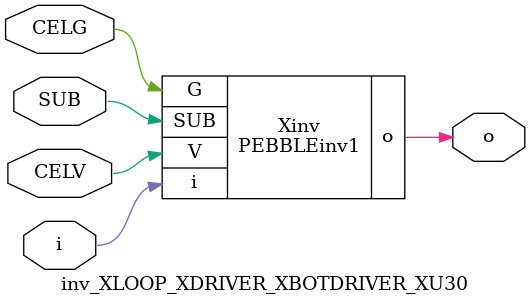
<source format=v>



module PEBBLEinv1 ( o, G, SUB, V, i );

  input V;
  input i;
  input G;
  output o;
  input SUB;
endmodule

//Celera Confidential Do Not Copy inv_XLOOP_XDRIVER_XBOTDRIVER_XU30
//Celera Confidential Symbol Generator
//5V Inverter
module inv_XLOOP_XDRIVER_XBOTDRIVER_XU30 (CELV,CELG,i,o,SUB);
input CELV;
input CELG;
input i;
input SUB;
output o;

//Celera Confidential Do Not Copy inv
PEBBLEinv1 Xinv(
.V (CELV),
.i (i),
.o (o),
.SUB (SUB),
.G (CELG)
);
//,diesize,PEBBLEinv1

//Celera Confidential Do Not Copy Module End
//Celera Schematic Generator
endmodule

</source>
